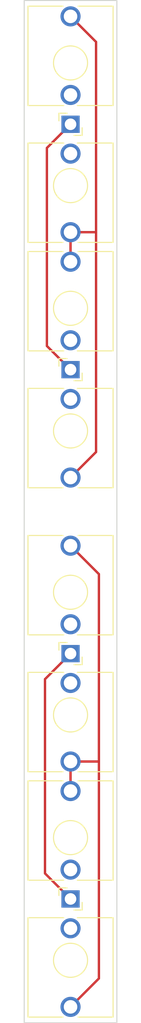
<source format=kicad_pcb>
(kicad_pcb (version 20221018) (generator pcbnew)
  (layers (0 "F.Cu" signal) (31 "B.Cu" signal) (34 "B.Paste" user) (35 "F.Paste" user) (36 "B.SilkS" user "B.Silkscreen") (37 "F.SilkS" user "F.Silkscreen") (38 "B.Mask" user) (39 "F.Mask" user) (44 "Edge.Cuts" user))
  (net 0 "")
  (net 1 "Net-(J1-PadS)")
  (net 2 "Net-(J1-PadT)")
  (net 7 "Net-(J5-PadS)")
  (net 8 "Net-(J5-PadT)")
  (footprint "Connector_Audio:Jack_3.5mm_QingPu_WQP-PJ398SM_Vertical_CircularHoles" (layer "F.Cu") (at 75.5 101.7 180)
    (fp_text reference "J3" hide)
    (fp_text value "AudioJack2_SwitchT")
    (fp_line (start -4.5 1.98) (end -4.5 12.48) (stroke (width 0.12)) (layer "F.SilkS"))
    (fp_line (start -1.23 -1.17) (end -1.23 -0.37) (stroke (width 0.12)) (layer "F.SilkS"))
    (fp_line (start -1.23 -1.17) (end -0.37 -1.17) (stroke (width 0.12)) (layer "F.SilkS"))
    (fp_line (start -0.8 12.48) (end -4.5 12.48) (stroke (width 0.12)) (layer "F.SilkS"))
    (fp_line (start -0.72 1.98) (end -4.5 1.98) (stroke (width 0.12)) (layer "F.SilkS"))
    (fp_line (start 4.5 1.98) (end 0.72 1.98) (stroke (width 0.12)) (layer "F.SilkS"))
    (fp_line (start 4.5 1.98) (end 4.5 12.48) (stroke (width 0.12)) (layer "F.SilkS"))
    (fp_line (start 4.5 12.48) (end 0.8 12.48) (stroke (width 0.12)) (layer "F.SilkS"))
    (fp_circle (center 0 6.48) (end 1.8 6.48) (stroke (width 0.12)) (fill none) (layer "F.SilkS"))
    (pad "S" thru_hole rect (at 0 0) (size 1.93 1.83) (drill 1.22) (layers "*.Cu" "*.Mask") (net 1 "Net-(J1-PadS)"))
    (pad "T" thru_hole circle (at 0 11.4) (size 2.13 2.13) (drill 1.43) (layers "*.Cu" "*.Mask") (net 2 "Net-(J1-PadT)"))
    (pad "TN" thru_hole circle (at 0 3.1) (size 2.13 2.13) (drill 1.42) (layers "*.Cu" "*.Mask"))
  )
  (footprint "Connector_Audio:Jack_3.5mm_QingPu_WQP-PJ398SM_Vertical_CircularHoles" (layer "F.Cu") (at 75.5 75.78)
    (fp_text reference "J2" hide)
    (fp_text value "AudioJack2_SwitchT")
    (fp_line (start -4.5 1.98) (end -4.5 12.48) (stroke (width 0.12)) (layer "F.SilkS"))
    (fp_line (start -1.23 -1.17) (end -1.23 -0.37) (stroke (width 0.12)) (layer "F.SilkS"))
    (fp_line (start -1.23 -1.17) (end -0.37 -1.17) (stroke (width 0.12)) (layer "F.SilkS"))
    (fp_line (start -0.8 12.48) (end -4.5 12.48) (stroke (width 0.12)) (layer "F.SilkS"))
    (fp_line (start -0.72 1.98) (end -4.5 1.98) (stroke (width 0.12)) (layer "F.SilkS"))
    (fp_line (start 4.5 1.98) (end 0.72 1.98) (stroke (width 0.12)) (layer "F.SilkS"))
    (fp_line (start 4.5 1.98) (end 4.5 12.48) (stroke (width 0.12)) (layer "F.SilkS"))
    (fp_line (start 4.5 12.48) (end 0.8 12.48) (stroke (width 0.12)) (layer "F.SilkS"))
    (fp_circle (center 0 6.48) (end 1.8 6.48) (stroke (width 0.12)) (fill none) (layer "F.SilkS"))
    (pad "S" thru_hole rect (at 0 0 180) (size 1.93 1.83) (drill 1.22) (layers "*.Cu" "*.Mask") (net 1 "Net-(J1-PadS)"))
    (pad "T" thru_hole circle (at 0 11.4 180) (size 2.13 2.13) (drill 1.43) (layers "*.Cu" "*.Mask") (net 2 "Net-(J1-PadT)"))
    (pad "TN" thru_hole circle (at 0 3.1 180) (size 2.13 2.13) (drill 1.42) (layers "*.Cu" "*.Mask"))
  )
  (footprint "Connector_Audio:Jack_3.5mm_QingPu_WQP-PJ398SM_Vertical_CircularHoles" (layer "F.Cu") (at 75.5 157.62 180)
    (fp_text reference "J8" hide)
    (fp_text value "AudioJack2_SwitchT")
    (fp_line (start -4.5 1.98) (end -4.5 12.48) (stroke (width 0.12)) (layer "F.SilkS"))
    (fp_line (start -1.23 -1.17) (end -1.23 -0.37) (stroke (width 0.12)) (layer "F.SilkS"))
    (fp_line (start -1.23 -1.17) (end -0.37 -1.17) (stroke (width 0.12)) (layer "F.SilkS"))
    (fp_line (start -0.8 12.48) (end -4.5 12.48) (stroke (width 0.12)) (layer "F.SilkS"))
    (fp_line (start -0.72 1.98) (end -4.5 1.98) (stroke (width 0.12)) (layer "F.SilkS"))
    (fp_line (start 4.5 1.98) (end 0.72 1.98) (stroke (width 0.12)) (layer "F.SilkS"))
    (fp_line (start 4.5 1.98) (end 4.5 12.48) (stroke (width 0.12)) (layer "F.SilkS"))
    (fp_line (start 4.5 12.48) (end 0.8 12.48) (stroke (width 0.12)) (layer "F.SilkS"))
    (fp_circle (center 0 6.48) (end 1.8 6.48) (stroke (width 0.12)) (fill none) (layer "F.SilkS"))
    (pad "S" thru_hole rect (at 0 0) (size 1.93 1.83) (drill 1.22) (layers "*.Cu" "*.Mask") (net 7 "Net-(J5-PadS)"))
    (pad "T" thru_hole circle (at 0 11.4) (size 2.13 2.13) (drill 1.43) (layers "*.Cu" "*.Mask") (net 8 "Net-(J5-PadT)"))
    (pad "TN" thru_hole circle (at 0 3.1) (size 2.13 2.13) (drill 1.42) (layers "*.Cu" "*.Mask"))
  )
  (footprint "Connector_Audio:Jack_3.5mm_QingPu_WQP-PJ398SM_Vertical_CircularHoles" (layer "F.Cu") (at 75.5 101.7)
    (fp_text reference "J4" hide)
    (fp_text value "AudioJack2_SwitchT")
    (fp_line (start -4.5 1.98) (end -4.5 12.48) (stroke (width 0.12)) (layer "F.SilkS"))
    (fp_line (start -1.23 -1.17) (end -1.23 -0.37) (stroke (width 0.12)) (layer "F.SilkS"))
    (fp_line (start -1.23 -1.17) (end -0.37 -1.17) (stroke (width 0.12)) (layer "F.SilkS"))
    (fp_line (start -0.8 12.48) (end -4.5 12.48) (stroke (width 0.12)) (layer "F.SilkS"))
    (fp_line (start -0.72 1.98) (end -4.5 1.98) (stroke (width 0.12)) (layer "F.SilkS"))
    (fp_line (start 4.5 1.98) (end 0.72 1.98) (stroke (width 0.12)) (layer "F.SilkS"))
    (fp_line (start 4.5 1.98) (end 4.5 12.48) (stroke (width 0.12)) (layer "F.SilkS"))
    (fp_line (start 4.5 12.48) (end 0.8 12.48) (stroke (width 0.12)) (layer "F.SilkS"))
    (fp_circle (center 0 6.48) (end 1.8 6.48) (stroke (width 0.12)) (fill none) (layer "F.SilkS"))
    (pad "S" thru_hole rect (at 0 0 180) (size 1.93 1.83) (drill 1.22) (layers "*.Cu" "*.Mask") (net 1 "Net-(J1-PadS)"))
    (pad "T" thru_hole circle (at 0 11.4 180) (size 2.13 2.13) (drill 1.43) (layers "*.Cu" "*.Mask") (net 2 "Net-(J1-PadT)"))
    (pad "TN" thru_hole circle (at 0 3.1 180) (size 2.13 2.13) (drill 1.42) (layers "*.Cu" "*.Mask"))
  )
  (footprint "Connector_Audio:Jack_3.5mm_QingPu_WQP-PJ398SM_Vertical_CircularHoles" (layer "F.Cu") (at 75.5 75.78 180)
    (fp_text reference "J1" hide)
    (fp_text value "AudioJack2_SwitchT")
    (fp_line (start -4.5 1.98) (end -4.5 12.48) (stroke (width 0.12)) (layer "F.SilkS"))
    (fp_line (start -1.23 -1.17) (end -1.23 -0.37) (stroke (width 0.12)) (layer "F.SilkS"))
    (fp_line (start -1.23 -1.17) (end -0.37 -1.17) (stroke (width 0.12)) (layer "F.SilkS"))
    (fp_line (start -0.8 12.48) (end -4.5 12.48) (stroke (width 0.12)) (layer "F.SilkS"))
    (fp_line (start -0.72 1.98) (end -4.5 1.98) (stroke (width 0.12)) (layer "F.SilkS"))
    (fp_line (start 4.5 1.98) (end 0.72 1.98) (stroke (width 0.12)) (layer "F.SilkS"))
    (fp_line (start 4.5 1.98) (end 4.5 12.48) (stroke (width 0.12)) (layer "F.SilkS"))
    (fp_line (start 4.5 12.48) (end 0.8 12.48) (stroke (width 0.12)) (layer "F.SilkS"))
    (fp_circle (center 0 6.48) (end 1.8 6.48) (stroke (width 0.12)) (fill none) (layer "F.SilkS"))
    (pad "S" thru_hole rect (at 0 0) (size 1.93 1.83) (drill 1.22) (layers "*.Cu" "*.Mask") (net 1 "Net-(J1-PadS)"))
    (pad "T" thru_hole circle (at 0 11.4) (size 2.13 2.13) (drill 1.43) (layers "*.Cu" "*.Mask") (net 2 "Net-(J1-PadT)"))
    (pad "TN" thru_hole circle (at 0 3.1) (size 2.13 2.13) (drill 1.42) (layers "*.Cu" "*.Mask"))
  )
  (footprint "Connector_Audio:Jack_3.5mm_QingPu_WQP-PJ398SM_Vertical_CircularHoles" (layer "F.Cu") (at 75.5 131.7 180)
    (fp_text reference "J5" hide)
    (fp_text value "AudioJack2_SwitchT")
    (fp_line (start -4.5 1.98) (end -4.5 12.48) (stroke (width 0.12)) (layer "F.SilkS"))
    (fp_line (start -1.23 -1.17) (end -1.23 -0.37) (stroke (width 0.12)) (layer "F.SilkS"))
    (fp_line (start -1.23 -1.17) (end -0.37 -1.17) (stroke (width 0.12)) (layer "F.SilkS"))
    (fp_line (start -0.8 12.48) (end -4.5 12.48) (stroke (width 0.12)) (layer "F.SilkS"))
    (fp_line (start -0.72 1.98) (end -4.5 1.98) (stroke (width 0.12)) (layer "F.SilkS"))
    (fp_line (start 4.5 1.98) (end 0.72 1.98) (stroke (width 0.12)) (layer "F.SilkS"))
    (fp_line (start 4.5 1.98) (end 4.5 12.48) (stroke (width 0.12)) (layer "F.SilkS"))
    (fp_line (start 4.5 12.48) (end 0.8 12.48) (stroke (width 0.12)) (layer "F.SilkS"))
    (fp_circle (center 0 6.48) (end 1.8 6.48) (stroke (width 0.12)) (fill none) (layer "F.SilkS"))
    (pad "S" thru_hole rect (at 0 0) (size 1.93 1.83) (drill 1.22) (layers "*.Cu" "*.Mask") (net 7 "Net-(J5-PadS)"))
    (pad "T" thru_hole circle (at 0 11.4) (size 2.13 2.13) (drill 1.43) (layers "*.Cu" "*.Mask") (net 8 "Net-(J5-PadT)"))
    (pad "TN" thru_hole circle (at 0 3.1) (size 2.13 2.13) (drill 1.42) (layers "*.Cu" "*.Mask"))
  )
  (footprint "Connector_Audio:Jack_3.5mm_QingPu_WQP-PJ398SM_Vertical_CircularHoles" (layer "F.Cu") (at 75.5 157.62)
    (fp_text reference "J7" hide)
    (fp_text value "AudioJack2_SwitchT")
    (fp_line (start -4.5 1.98) (end -4.5 12.48) (stroke (width 0.12)) (layer "F.SilkS"))
    (fp_line (start -1.23 -1.17) (end -1.23 -0.37) (stroke (width 0.12)) (layer "F.SilkS"))
    (fp_line (start -1.23 -1.17) (end -0.37 -1.17) (stroke (width 0.12)) (layer "F.SilkS"))
    (fp_line (start -0.8 12.48) (end -4.5 12.48) (stroke (width 0.12)) (layer "F.SilkS"))
    (fp_line (start -0.72 1.98) (end -4.5 1.98) (stroke (width 0.12)) (layer "F.SilkS"))
    (fp_line (start 4.5 1.98) (end 0.72 1.98) (stroke (width 0.12)) (layer "F.SilkS"))
    (fp_line (start 4.5 1.98) (end 4.5 12.48) (stroke (width 0.12)) (layer "F.SilkS"))
    (fp_line (start 4.5 12.48) (end 0.8 12.48) (stroke (width 0.12)) (layer "F.SilkS"))
    (fp_circle (center 0 6.48) (end 1.8 6.48) (stroke (width 0.12)) (fill none) (layer "F.SilkS"))
    (pad "S" thru_hole rect (at 0 0 180) (size 1.93 1.83) (drill 1.22) (layers "*.Cu" "*.Mask") (net 7 "Net-(J5-PadS)"))
    (pad "T" thru_hole circle (at 0 11.4 180) (size 2.13 2.13) (drill 1.43) (layers "*.Cu" "*.Mask") (net 8 "Net-(J5-PadT)"))
    (pad "TN" thru_hole circle (at 0 3.1 180) (size 2.13 2.13) (drill 1.42) (layers "*.Cu" "*.Mask"))
  )
  (footprint "Connector_Audio:Jack_3.5mm_QingPu_WQP-PJ398SM_Vertical_CircularHoles" (layer "F.Cu") (at 75.5 131.7)
    (fp_text reference "J6" hide)
    (fp_text value "AudioJack2_SwitchT")
    (fp_line (start -4.5 1.98) (end -4.5 12.48) (stroke (width 0.12)) (layer "F.SilkS"))
    (fp_line (start -1.23 -1.17) (end -1.23 -0.37) (stroke (width 0.12)) (layer "F.SilkS"))
    (fp_line (start -1.23 -1.17) (end -0.37 -1.17) (stroke (width 0.12)) (layer "F.SilkS"))
    (fp_line (start -0.8 12.48) (end -4.5 12.48) (stroke (width 0.12)) (layer "F.SilkS"))
    (fp_line (start -0.72 1.98) (end -4.5 1.98) (stroke (width 0.12)) (layer "F.SilkS"))
    (fp_line (start 4.5 1.98) (end 0.72 1.98) (stroke (width 0.12)) (layer "F.SilkS"))
    (fp_line (start 4.5 1.98) (end 4.5 12.48) (stroke (width 0.12)) (layer "F.SilkS"))
    (fp_line (start 4.5 12.48) (end 0.8 12.48) (stroke (width 0.12)) (layer "F.SilkS"))
    (fp_circle (center 0 6.48) (end 1.8 6.48) (stroke (width 0.12)) (fill none) (layer "F.SilkS"))
    (pad "S" thru_hole rect (at 0 0 180) (size 1.93 1.83) (drill 1.22) (layers "*.Cu" "*.Mask") (net 7 "Net-(J5-PadS)"))
    (pad "T" thru_hole circle (at 0 11.4 180) (size 2.13 2.13) (drill 1.43) (layers "*.Cu" "*.Mask") (net 8 "Net-(J5-PadT)"))
    (pad "TN" thru_hole circle (at 0 3.1 180) (size 2.13 2.13) (drill 1.42) (layers "*.Cu" "*.Mask"))
  )
  (gr_rect (start 70.6 62.7) (end 80.4 170.7) (stroke (width 0.1)) (fill none) (layer "Edge.Cuts"))
  (segment (start 75.5 101.7) (end 73 99.2) (width 0.25) (layer "F.Cu") (net 1))
  (segment (start 73 78.28) (end 75.5 75.78) (width 0.25) (layer "F.Cu") (net 1))
  (segment (start 73 99.2) (end 73 78.28) (width 0.25) (layer "F.Cu") (net 1))
  (segment (start 78.2 67.08) (end 78.2 87.2) (width 0.25) (layer "F.Cu") (net 2))
  (segment (start 75.5 64.38) (end 78.2 67.08) (width 0.25) (layer "F.Cu") (net 2))
  (segment (start 78.2 87.2) (end 78.2 110.4) (width 0.25) (layer "F.Cu") (net 2))
  (segment (start 78.18 87.18) (end 78.2 87.2) (width 0.25) (layer "F.Cu") (net 2))
  (segment (start 75.5 87.18) (end 78.18 87.18) (width 0.25) (layer "F.Cu") (net 2))
  (segment (start 75.5 90.3) (end 75.5 87.18) (width 0.25) (layer "F.Cu") (net 2))
  (segment (start 78.2 110.4) (end 75.5 113.1) (width 0.25) (layer "F.Cu") (net 2))
  (segment (start 72.8 154.92) (end 72.8 134.4) (width 0.25) (layer "F.Cu") (net 7))
  (segment (start 75.5 157.62) (end 72.8 154.92) (width 0.25) (layer "F.Cu") (net 7))
  (segment (start 72.8 134.4) (end 75.5 131.7) (width 0.25) (layer "F.Cu") (net 7))
  (segment (start 78.5 123.3) (end 78.5 143.1) (width 0.25) (layer "F.Cu") (net 8))
  (segment (start 78.5 166.02) (end 75.5 169.02) (width 0.25) (layer "F.Cu") (net 8))
  (segment (start 78.5 143.1) (end 78.5 166.02) (width 0.25) (layer "F.Cu") (net 8))
  (segment (start 75.5 120.3) (end 78.5 123.3) (width 0.25) (layer "F.Cu") (net 8))
  (segment (start 75.5 143.1) (end 78.5 143.1) (width 0.25) (layer "F.Cu") (net 8))
  (segment (start 75.5 146.22) (end 75.5 143.1) (width 0.25) (layer "F.Cu") (net 8))
)
</source>
